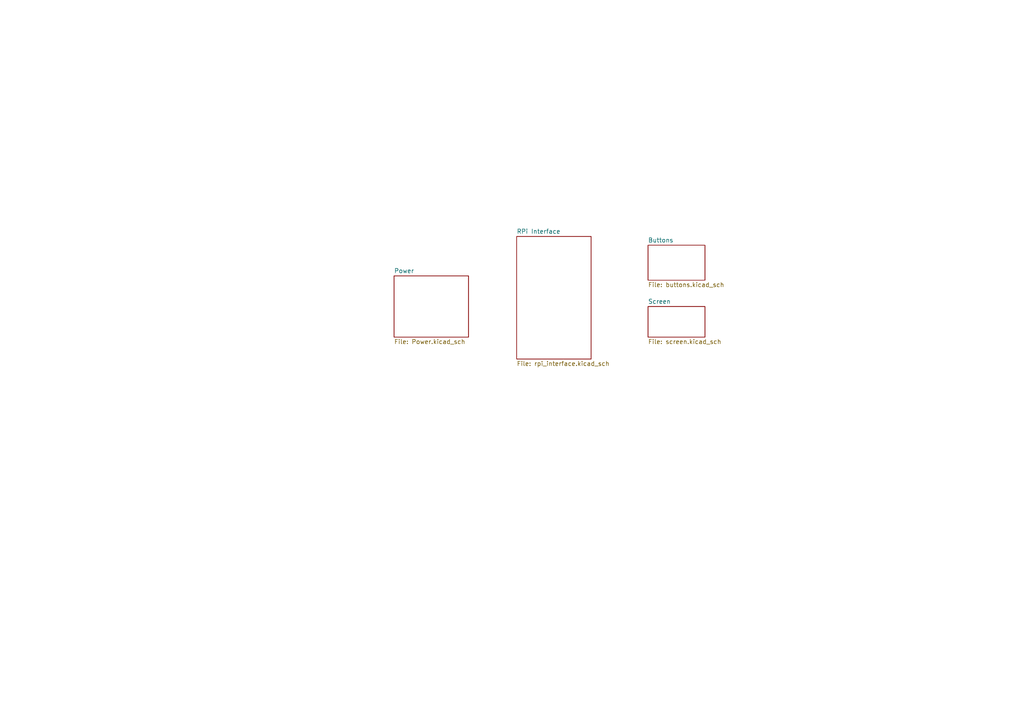
<source format=kicad_sch>
(kicad_sch
	(version 20250114)
	(generator "eeschema")
	(generator_version "9.0")
	(uuid "8c9c54c8-0cfa-43ef-b1ba-3cda1bca877f")
	(paper "A4")
	(lib_symbols)
	(sheet
		(at 149.86 68.58)
		(size 21.59 35.56)
		(exclude_from_sim no)
		(in_bom yes)
		(on_board yes)
		(dnp no)
		(fields_autoplaced yes)
		(stroke
			(width 0.1524)
			(type solid)
		)
		(fill
			(color 0 0 0 0.0000)
		)
		(uuid "3cd2f23e-b227-49d9-b25b-361ae5b6ef9a")
		(property "Sheetname" "RPi Interface"
			(at 149.86 67.8684 0)
			(effects
				(font
					(size 1.27 1.27)
				)
				(justify left bottom)
			)
		)
		(property "Sheetfile" "rpi_interface.kicad_sch"
			(at 149.86 104.7246 0)
			(effects
				(font
					(size 1.27 1.27)
				)
				(justify left top)
			)
		)
		(instances
			(project "SeedSigner-Plus"
				(path "/8c9c54c8-0cfa-43ef-b1ba-3cda1bca877f"
					(page "2")
				)
			)
		)
	)
	(sheet
		(at 187.96 88.9)
		(size 16.51 8.89)
		(exclude_from_sim no)
		(in_bom yes)
		(on_board yes)
		(dnp no)
		(fields_autoplaced yes)
		(stroke
			(width 0.1524)
			(type solid)
		)
		(fill
			(color 0 0 0 0.0000)
		)
		(uuid "85d69276-db74-407d-b0d0-4d21c866381e")
		(property "Sheetname" "Screen"
			(at 187.96 88.1884 0)
			(effects
				(font
					(size 1.27 1.27)
				)
				(justify left bottom)
			)
		)
		(property "Sheetfile" "screen.kicad_sch"
			(at 187.96 98.3746 0)
			(effects
				(font
					(size 1.27 1.27)
				)
				(justify left top)
			)
		)
		(instances
			(project "SeedSigner-Plus"
				(path "/8c9c54c8-0cfa-43ef-b1ba-3cda1bca877f"
					(page "4")
				)
			)
		)
	)
	(sheet
		(at 187.96 71.12)
		(size 16.51 10.16)
		(exclude_from_sim no)
		(in_bom yes)
		(on_board yes)
		(dnp no)
		(fields_autoplaced yes)
		(stroke
			(width 0.1524)
			(type solid)
		)
		(fill
			(color 0 0 0 0.0000)
		)
		(uuid "c8f72531-4f53-40e4-b4b6-b276a357b2ab")
		(property "Sheetname" "Buttons"
			(at 187.96 70.4084 0)
			(effects
				(font
					(size 1.27 1.27)
				)
				(justify left bottom)
			)
		)
		(property "Sheetfile" "buttons.kicad_sch"
			(at 187.96 81.8646 0)
			(effects
				(font
					(size 1.27 1.27)
				)
				(justify left top)
			)
		)
		(instances
			(project "SeedSigner-Plus"
				(path "/8c9c54c8-0cfa-43ef-b1ba-3cda1bca877f"
					(page "3")
				)
			)
		)
	)
	(sheet
		(at 114.3 80.01)
		(size 21.59 17.78)
		(exclude_from_sim no)
		(in_bom yes)
		(on_board yes)
		(dnp no)
		(fields_autoplaced yes)
		(stroke
			(width 0.1524)
			(type solid)
		)
		(fill
			(color 0 0 0 0.0000)
		)
		(uuid "dd2ceaf9-87b1-40a7-9ece-7767bfc1c03a")
		(property "Sheetname" "Power"
			(at 114.3 79.2984 0)
			(effects
				(font
					(size 1.27 1.27)
				)
				(justify left bottom)
			)
		)
		(property "Sheetfile" "Power.kicad_sch"
			(at 114.3 98.3746 0)
			(effects
				(font
					(size 1.27 1.27)
				)
				(justify left top)
			)
		)
		(instances
			(project "SeedSigner-Plus"
				(path "/8c9c54c8-0cfa-43ef-b1ba-3cda1bca877f"
					(page "3")
				)
			)
		)
	)
	(sheet_instances
		(path "/"
			(page "1")
		)
	)
	(embedded_fonts no)
)

</source>
